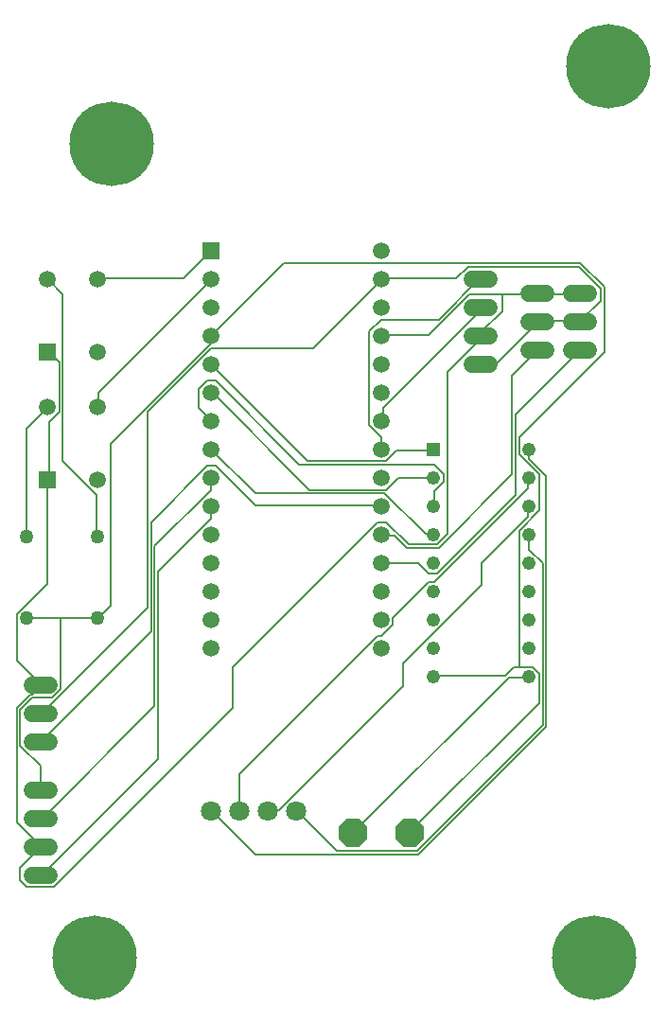
<source format=gbr>
G04 EAGLE Gerber RS-274X export*
G75*
%MOMM*%
%FSLAX34Y34*%
%LPD*%
%INTop Copper*%
%IPPOS*%
%AMOC8*
5,1,8,0,0,1.08239X$1,22.5*%
G01*
G04 Define Apertures*
%ADD10C,1.524000*%
%ADD11P,2.74927X8X22.5*%
%ADD12C,1.260000*%
%ADD13R,1.498600X1.498600*%
%ADD14C,1.498600*%
%ADD15C,1.800000*%
%ADD16R,1.228000X1.228000*%
%ADD17C,1.228000*%
%ADD18R,1.508000X1.508000*%
%ADD19C,1.508000*%
%ADD20C,7.550000*%
%ADD21C,0.152400*%
D10*
X970280Y749300D02*
X985520Y749300D01*
X985520Y723900D02*
X970280Y723900D01*
X970280Y698500D02*
X985520Y698500D01*
X985520Y673100D02*
X970280Y673100D01*
D11*
X863600Y254000D03*
X914400Y254000D03*
D12*
X571500Y446400D03*
X571500Y518800D03*
X635000Y446400D03*
X635000Y518800D03*
D13*
X590042Y684276D03*
D14*
X635000Y684276D03*
X635000Y749300D03*
X590042Y749300D03*
D13*
X590042Y569976D03*
D14*
X635000Y569976D03*
X635000Y635000D03*
X590042Y635000D03*
D15*
X736600Y273160D03*
X812800Y273160D03*
X787400Y273160D03*
X762000Y273160D03*
D16*
X935400Y596900D03*
D17*
X935400Y571500D03*
X935400Y546100D03*
X935400Y520700D03*
X935400Y495300D03*
X935400Y469900D03*
X935400Y444500D03*
X935400Y419100D03*
X935400Y393700D03*
X1020400Y393700D03*
X1020400Y419100D03*
X1020400Y444500D03*
X1020400Y469900D03*
X1020400Y495300D03*
X1020400Y520700D03*
X1020400Y546100D03*
X1020400Y571500D03*
X1020400Y596900D03*
D18*
X736600Y774700D03*
D19*
X736600Y749300D03*
X736600Y723900D03*
X736600Y698500D03*
X736600Y673100D03*
X736600Y647700D03*
X736600Y622300D03*
X736600Y596900D03*
X736600Y571500D03*
X736600Y546100D03*
X736600Y520700D03*
X736600Y495300D03*
X736600Y469900D03*
X736600Y444500D03*
X736600Y419100D03*
X889000Y419100D03*
X889000Y444500D03*
X889000Y469900D03*
X889000Y495300D03*
X889000Y520700D03*
X889000Y546100D03*
X889000Y571500D03*
X889000Y596900D03*
X889000Y622300D03*
X889000Y647700D03*
X889000Y673100D03*
X889000Y698500D03*
X889000Y723900D03*
X889000Y749300D03*
X889000Y774700D03*
D10*
X1021080Y736600D02*
X1036320Y736600D01*
X1036320Y711200D02*
X1021080Y711200D01*
X1021080Y685800D02*
X1036320Y685800D01*
X1059180Y736600D02*
X1074420Y736600D01*
X1074420Y711200D02*
X1059180Y711200D01*
X1059180Y685800D02*
X1074420Y685800D01*
D20*
X632110Y142590D03*
X1079500Y142590D03*
X1092200Y939800D03*
X647700Y870110D03*
D10*
X591620Y386280D02*
X576380Y386280D01*
X576380Y360880D02*
X591620Y360880D01*
X591620Y335480D02*
X576380Y335480D01*
X576580Y215900D02*
X591820Y215900D01*
X591820Y241300D02*
X576580Y241300D01*
X576580Y266700D02*
X591820Y266700D01*
X591820Y292100D02*
X576580Y292100D01*
D21*
X888492Y597408D02*
X888492Y608076D01*
X877824Y618744D01*
X877824Y702564D01*
X888492Y713232D01*
X940308Y713232D01*
X976884Y749808D01*
X888492Y597408D02*
X889000Y596900D01*
X976884Y749808D02*
X977900Y749300D01*
X890016Y633984D02*
X890016Y623316D01*
X890016Y633984D02*
X976884Y720852D01*
X976884Y723900D01*
X890016Y623316D02*
X889000Y622300D01*
X976884Y723900D02*
X977900Y723900D01*
X931164Y699516D02*
X890016Y699516D01*
X931164Y699516D02*
X967740Y736092D01*
X996696Y736092D02*
X1028700Y736092D01*
X996696Y736092D02*
X967740Y736092D01*
X890016Y699516D02*
X889000Y698500D01*
X978408Y699516D02*
X978408Y702564D01*
X996696Y720852D01*
X996696Y736092D01*
X978408Y699516D02*
X977900Y698500D01*
X1028700Y736092D02*
X1066800Y736092D01*
X1066800Y736600D01*
X1028700Y736600D02*
X1028700Y736092D01*
X591312Y621792D02*
X591312Y569976D01*
X591312Y621792D02*
X600456Y630936D01*
X600456Y675132D01*
X591312Y684276D01*
X591312Y569976D02*
X590042Y569976D01*
X590042Y684276D02*
X591312Y684276D01*
X583692Y385572D02*
X576072Y377952D01*
X574548Y377952D01*
X562356Y365760D01*
X562356Y263652D01*
X583692Y242316D01*
X583692Y385572D02*
X584000Y386280D01*
X583692Y242316D02*
X584200Y241300D01*
X589788Y477012D02*
X589788Y569976D01*
X589788Y477012D02*
X562356Y449580D01*
X562356Y408432D01*
X583692Y387096D01*
X589788Y569976D02*
X590042Y569976D01*
X583692Y387096D02*
X584000Y386280D01*
X976884Y694944D02*
X976884Y697992D01*
X976884Y694944D02*
X947928Y665988D01*
X947928Y521208D01*
X938784Y512064D01*
X912876Y512064D01*
X893064Y531876D01*
X885444Y531876D01*
X755904Y402336D01*
X755904Y365760D01*
X595884Y205740D01*
X571500Y205740D01*
X565404Y211836D01*
X565404Y222504D01*
X584200Y241300D01*
X976884Y697992D02*
X977900Y698500D01*
X978408Y673608D02*
X992124Y673608D01*
X1028700Y710184D01*
X978408Y673608D02*
X977900Y673100D01*
X1028700Y710184D02*
X1028700Y711200D01*
X955548Y749808D02*
X890016Y749808D01*
X955548Y749808D02*
X966216Y760476D01*
X1065276Y760476D01*
X1085088Y740664D01*
X1085088Y729996D01*
X1066800Y711708D01*
X890016Y749808D02*
X889000Y749300D01*
X679704Y455676D02*
X585216Y361188D01*
X679704Y455676D02*
X679704Y630936D01*
X736092Y687324D01*
X827532Y687324D01*
X888492Y748284D01*
X585216Y361188D02*
X584000Y360880D01*
X888492Y748284D02*
X889000Y749300D01*
X1028700Y711708D02*
X1066800Y711708D01*
X1028700Y711708D02*
X1028700Y711200D01*
X1066800Y711200D02*
X1066800Y711708D01*
X900684Y519684D02*
X890016Y519684D01*
X900684Y519684D02*
X911352Y509016D01*
X940308Y509016D01*
X1005840Y574548D01*
X1005840Y662940D01*
X1028700Y685800D01*
X889000Y520700D02*
X890016Y519684D01*
X889000Y495300D02*
X922020Y495300D01*
X931164Y486156D01*
X938784Y486156D01*
X1008888Y556260D01*
X1008888Y627888D01*
X1066800Y685800D01*
X633984Y556260D02*
X633984Y519684D01*
X633984Y556260D02*
X603504Y586740D01*
X603504Y736092D01*
X591312Y748284D01*
X633984Y519684D02*
X635000Y518800D01*
X591312Y748284D02*
X590042Y749300D01*
X571500Y615696D02*
X571500Y518800D01*
X571500Y615696D02*
X589788Y633984D01*
X590042Y635000D01*
X935736Y394716D02*
X999744Y394716D01*
X1007364Y402336D01*
X1011936Y402336D02*
X1024128Y402336D01*
X1011936Y402336D02*
X1007364Y402336D01*
X1024128Y402336D02*
X1030224Y396240D01*
X1030224Y370332D01*
X914400Y254508D01*
X935400Y393700D02*
X935736Y394716D01*
X914400Y254508D02*
X914400Y254000D01*
X633984Y446532D02*
X601980Y446532D01*
X571500Y446532D01*
X571500Y446400D01*
X633984Y446532D02*
X635000Y446400D01*
X736092Y691896D02*
X736092Y697992D01*
X736092Y691896D02*
X646176Y601980D01*
X646176Y457200D01*
X635508Y446532D01*
X736092Y697992D02*
X736600Y698500D01*
X635508Y446532D02*
X635000Y446400D01*
X583692Y313944D02*
X583692Y292608D01*
X583692Y313944D02*
X565404Y332232D01*
X565404Y364236D01*
X576072Y374904D01*
X594360Y374904D01*
X601980Y382524D01*
X601980Y446532D01*
X583692Y292608D02*
X584200Y292100D01*
X1011936Y402336D02*
X1011936Y524256D01*
X1030224Y542544D01*
X1030224Y574548D01*
X1011936Y592836D01*
X1011936Y608076D01*
X1088136Y684276D01*
X1088136Y742188D01*
X1066800Y763524D01*
X801624Y763524D01*
X736600Y698500D01*
X711708Y749808D02*
X635508Y749808D01*
X711708Y749808D02*
X736600Y774700D01*
X635508Y749808D02*
X635000Y749300D01*
X1021080Y595884D02*
X1021080Y588264D01*
X1036320Y573024D01*
X1036320Y348996D01*
X922020Y234696D01*
X775716Y234696D01*
X737616Y272796D01*
X1021080Y595884D02*
X1020400Y596900D01*
X737616Y272796D02*
X736600Y273160D01*
X1019556Y562356D02*
X1019556Y571500D01*
X1019556Y562356D02*
X935736Y478536D01*
X931164Y478536D01*
X899160Y446532D01*
X899160Y440436D01*
X888492Y429768D01*
X885444Y429768D01*
X762000Y306324D01*
X762000Y273160D01*
X1019556Y571500D02*
X1020400Y571500D01*
X1019556Y545592D02*
X1019556Y536448D01*
X978408Y495300D01*
X978408Y475488D01*
X908304Y405384D01*
X908304Y385572D01*
X797052Y274320D01*
X787908Y274320D01*
X1019556Y545592D02*
X1020400Y546100D01*
X787908Y274320D02*
X787400Y273160D01*
X1021080Y507492D02*
X1021080Y519684D01*
X1021080Y507492D02*
X1033272Y495300D01*
X1033272Y350520D01*
X920496Y237744D01*
X848868Y237744D01*
X813816Y272796D01*
X1021080Y519684D02*
X1020400Y520700D01*
X813816Y272796D02*
X812800Y273160D01*
X902208Y595884D02*
X934212Y595884D01*
X902208Y595884D02*
X893064Y586740D01*
X822960Y586740D01*
X736600Y673100D01*
X934212Y595884D02*
X935400Y596900D01*
X935400Y571500D02*
X903732Y571500D01*
X893064Y560832D01*
X824484Y560832D01*
X737616Y647700D01*
X736600Y647700D01*
X935736Y559308D02*
X935736Y547116D01*
X935736Y559308D02*
X944880Y568452D01*
X944880Y574548D01*
X935736Y583692D01*
X815340Y583692D01*
X740664Y658368D01*
X733044Y658368D01*
X725424Y650748D01*
X725424Y633984D01*
X736092Y623316D01*
X935736Y547116D02*
X935400Y546100D01*
X736600Y622300D02*
X736092Y623316D01*
X928116Y521208D02*
X934212Y521208D01*
X928116Y521208D02*
X891540Y557784D01*
X775716Y557784D01*
X736600Y596900D01*
X934212Y521208D02*
X935400Y520700D01*
X635508Y635508D02*
X635508Y647700D01*
X736092Y748284D01*
X635508Y635508D02*
X635000Y635000D01*
X736092Y748284D02*
X736600Y749300D01*
X775716Y547116D02*
X888492Y547116D01*
X775716Y547116D02*
X740664Y582168D01*
X733044Y582168D01*
X682752Y531876D01*
X682752Y434340D01*
X585216Y336804D01*
X889000Y546100D02*
X888492Y547116D01*
X585216Y336804D02*
X584000Y335480D01*
X1002792Y393192D02*
X1019556Y393192D01*
X1002792Y393192D02*
X863600Y254000D01*
X1019556Y393192D02*
X1020400Y393700D01*
X736092Y560832D02*
X736092Y571500D01*
X736092Y560832D02*
X685800Y510540D01*
X685800Y367284D01*
X585216Y266700D01*
X736092Y571500D02*
X736600Y571500D01*
X585216Y266700D02*
X584200Y266700D01*
X736092Y534924D02*
X736092Y545592D01*
X736092Y534924D02*
X688848Y487680D01*
X688848Y320040D01*
X585216Y216408D01*
X736092Y545592D02*
X736600Y546100D01*
X585216Y216408D02*
X584200Y215900D01*
M02*

</source>
